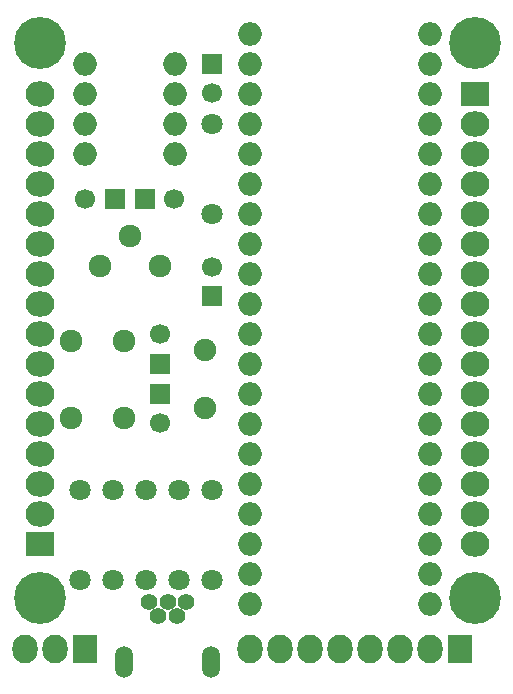
<source format=gts>
G04 #@! TF.FileFunction,Soldermask,Top*
%FSLAX46Y46*%
G04 Gerber Fmt 4.6, Leading zero omitted, Abs format (unit mm)*
G04 Created by KiCad (PCBNEW 4.0.4-stable) date 12/16/16 10:10:40*
%MOMM*%
%LPD*%
G01*
G04 APERTURE LIST*
%ADD10C,0.100000*%
%ADD11O,1.500000X2.700000*%
%ADD12C,1.400000*%
%ADD13R,1.700000X1.700000*%
%ADD14C,1.700000*%
%ADD15O,2.000000X2.000000*%
%ADD16R,2.432000X2.127200*%
%ADD17O,2.432000X2.127200*%
%ADD18R,2.127200X2.432000*%
%ADD19O,2.127200X2.432000*%
%ADD20C,4.400000*%
%ADD21C,1.924000*%
%ADD22C,1.901140*%
%ADD23C,1.797000*%
G04 APERTURE END LIST*
D10*
D11*
X133850400Y-116649500D03*
X126550400Y-116649500D03*
D12*
X131000400Y-112799500D03*
X129400400Y-112799500D03*
X131800400Y-111599500D03*
X130200400Y-111599500D03*
X128600400Y-111599500D03*
D13*
X133985000Y-85725000D03*
D14*
X133985000Y-83225000D03*
D13*
X129540000Y-91440000D03*
D14*
X129540000Y-88940000D03*
D13*
X129540000Y-93980000D03*
D14*
X129540000Y-96480000D03*
D13*
X125730000Y-77470000D03*
D14*
X123230000Y-77470000D03*
D13*
X128270000Y-77470000D03*
D14*
X130770000Y-77470000D03*
D13*
X133985000Y-66040000D03*
D14*
X133985000Y-68540000D03*
D15*
X137160000Y-63500000D03*
X137160000Y-66040000D03*
X137160000Y-68580000D03*
X137160000Y-71120000D03*
X137160000Y-73660000D03*
X137160000Y-76200000D03*
X137160000Y-78740000D03*
X137160000Y-81280000D03*
X137160000Y-83820000D03*
X137160000Y-86360000D03*
X137160000Y-88900000D03*
X137160000Y-91440000D03*
X137160000Y-93980000D03*
X137160000Y-96520000D03*
X137160000Y-99060000D03*
X137160000Y-101600000D03*
X137160000Y-104140000D03*
X137160000Y-106680000D03*
X137160000Y-109220000D03*
X137160000Y-111760000D03*
X152400000Y-111760000D03*
X152400000Y-109220000D03*
X152400000Y-106680000D03*
X152400000Y-104140000D03*
X152400000Y-101600000D03*
X152400000Y-99060000D03*
X152400000Y-96520000D03*
X152400000Y-93980000D03*
X152400000Y-91440000D03*
X152400000Y-88900000D03*
X152400000Y-86360000D03*
X152400000Y-83820000D03*
X152400000Y-81280000D03*
X152400000Y-78740000D03*
X152400000Y-76200000D03*
X152400000Y-73660000D03*
X152400000Y-71120000D03*
X152400000Y-68580000D03*
X152400000Y-66040000D03*
X152400000Y-63500000D03*
D16*
X119380000Y-106680000D03*
D17*
X119380000Y-104140000D03*
X119380000Y-101600000D03*
X119380000Y-99060000D03*
X119380000Y-96520000D03*
X119380000Y-93980000D03*
X119380000Y-91440000D03*
X119380000Y-88900000D03*
X119380000Y-86360000D03*
X119380000Y-83820000D03*
X119380000Y-81280000D03*
X119380000Y-78740000D03*
X119380000Y-76200000D03*
X119380000Y-73660000D03*
X119380000Y-71120000D03*
X119380000Y-68580000D03*
D18*
X154940000Y-115570000D03*
D19*
X152400000Y-115570000D03*
X149860000Y-115570000D03*
X147320000Y-115570000D03*
X144780000Y-115570000D03*
X142240000Y-115570000D03*
X139700000Y-115570000D03*
X137160000Y-115570000D03*
D20*
X119380000Y-64262000D03*
X156210000Y-64262000D03*
X156210000Y-111252000D03*
X119380000Y-111252000D03*
D16*
X156210000Y-68580000D03*
D17*
X156210000Y-71120000D03*
X156210000Y-73660000D03*
X156210000Y-76200000D03*
X156210000Y-78740000D03*
X156210000Y-81280000D03*
X156210000Y-83820000D03*
X156210000Y-86360000D03*
X156210000Y-88900000D03*
X156210000Y-91440000D03*
X156210000Y-93980000D03*
X156210000Y-96520000D03*
X156210000Y-99060000D03*
X156210000Y-101600000D03*
X156210000Y-104140000D03*
X156210000Y-106680000D03*
D21*
X127000000Y-80645000D03*
X124460000Y-83185000D03*
X129540000Y-83185000D03*
D15*
X123190000Y-66040000D03*
X123190000Y-68580000D03*
X123190000Y-71120000D03*
X123190000Y-73660000D03*
X130810000Y-73660000D03*
X130810000Y-71120000D03*
X130810000Y-68580000D03*
X130810000Y-66040000D03*
D22*
X133350000Y-90269060D03*
X133350000Y-95150940D03*
D23*
X122809000Y-109728000D03*
X122809000Y-102108000D03*
X133985000Y-109728000D03*
X133985000Y-102108000D03*
X128397000Y-109728000D03*
X128397000Y-102108000D03*
X131191000Y-109728000D03*
X131191000Y-102108000D03*
X125603000Y-109728000D03*
X125603000Y-102108000D03*
X133985000Y-71120000D03*
X133985000Y-78740000D03*
D21*
X126492000Y-89512000D03*
X126492000Y-96012000D03*
X121992000Y-89512000D03*
X121992000Y-96012000D03*
D18*
X123190000Y-115570000D03*
D19*
X120650000Y-115570000D03*
X118110000Y-115570000D03*
M02*

</source>
